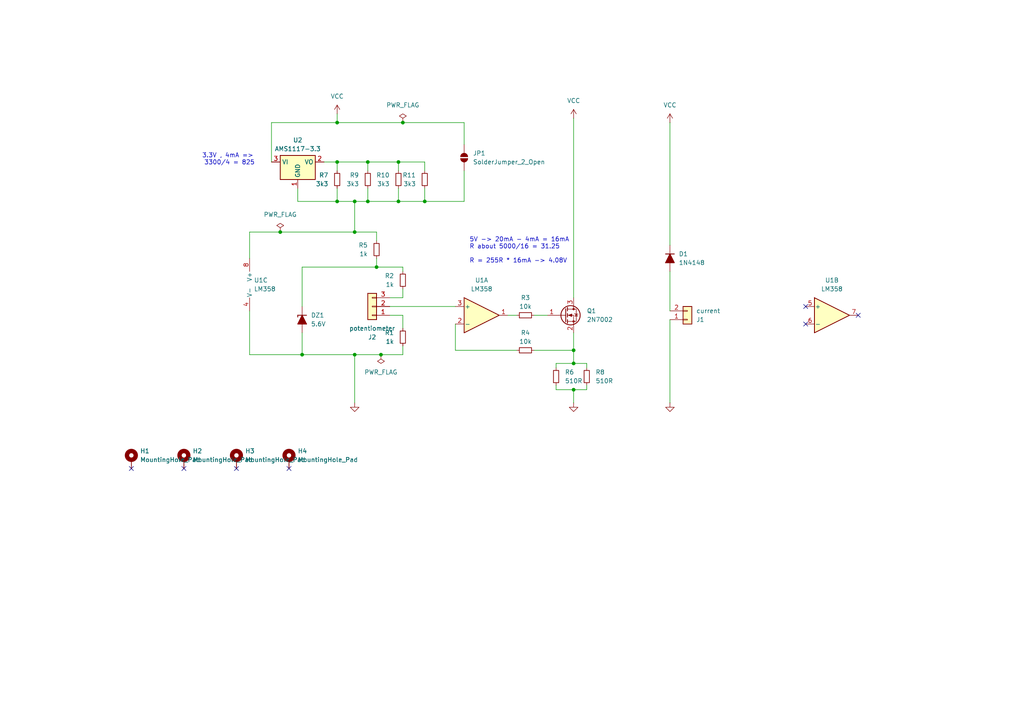
<source format=kicad_sch>
(kicad_sch (version 20231120) (generator "eeschema") (generator_version "8.0")
  (paper "A4")
  (lib_symbols
    (symbol "Amplifier_Operational:LM358" (pin_names (offset 0.127))
      (property "Reference" "U" (at 0 5.08 0))
      (property "Value" "LM358" (at 0 -5.08 0))
      (symbol "LM358_1_1"
        (polyline (pts (xy -5.08 5.08) (xy 5.08 0) (xy -5.08 -5.08) (xy -5.08 5.08)) (stroke (width 0.254)) (fill (type background)))
        (pin output line (at 7.62 0 180) (length 2.54) (name "~") (number "1"))
        (pin input line (at -7.62 -2.54 0) (length 2.54) (name "-") (number "2"))
        (pin input line (at -7.62 2.54 0) (length 2.54) (name "+") (number "3"))
      )
      (symbol "LM358_2_1"
        (polyline (pts (xy -5.08 5.08) (xy 5.08 0) (xy -5.08 -5.08) (xy -5.08 5.08)) (stroke (width 0.254)) (fill (type background)))
        (pin input line (at -7.62 2.54 0) (length 2.54) (name "+") (number "5"))
        (pin input line (at -7.62 -2.54 0) (length 2.54) (name "-") (number "6"))
        (pin output line (at 7.62 0 180) (length 2.54) (name "~") (number "7"))
      )
      (symbol "LM358_3_1"
        (pin power_in line (at -2.54 -7.62 90) (length 3.81) (name "V-") (number "4"))
        (pin power_in line (at -2.54 7.62 270) (length 3.81) (name "V+") (number "8"))
      )
    )
    (symbol "Device:Q_NMOS_GSD" (pin_names (offset 0) hide)
      (property "Reference" "Q" (at 5.08 1.27 0))
      (property "Value" "Q_NMOS_GSD" (at 5.08 -1.27 0))
      (symbol "Q_NMOS_GSD_0_1"
        (polyline (pts (xy 0.254 0) (xy -2.54 0)))
        (polyline (pts (xy 0.254 1.905) (xy 0.254 -1.905)) (stroke (width 0.254)))
        (polyline (pts (xy 0.762 -1.27) (xy 0.762 -2.286)) (stroke (width 0.254)))
        (polyline (pts (xy 0.762 0.508) (xy 0.762 -0.508)) (stroke (width 0.254)))
        (polyline (pts (xy 0.762 2.286) (xy 0.762 1.27)) (stroke (width 0.254)))
        (polyline (pts (xy 2.54 2.54) (xy 2.54 1.778)))
        (polyline (pts (xy 2.54 -2.54) (xy 2.54 0) (xy 0.762 0)))
        (polyline (pts (xy 0.762 -1.778) (xy 3.302 -1.778) (xy 3.302 1.778) (xy 0.762 1.778)))
        (polyline (pts (xy 1.016 0) (xy 2.032 0.381) (xy 2.032 -0.381) (xy 1.016 0)) (fill (type outline)))
        (polyline (pts (xy 2.794 0.508) (xy 2.921 0.381) (xy 3.683 0.381) (xy 3.81 0.254)))
        (polyline (pts (xy 3.302 0.381) (xy 2.921 -0.254) (xy 3.683 -0.254) (xy 3.302 0.381)))
        (circle (center 1.651 0) (radius 2.794) (stroke (width 0.254)))
        (circle (center 2.54 -1.778) (radius 0.254) (fill (type outline)))
        (circle (center 2.54 1.778) (radius 0.254) (fill (type outline)))
      )
      (symbol "Q_NMOS_GSD_1_1"
        (pin input line (at -5.08 0 0) (length 2.54) (name "G") (number "1"))
        (pin passive line (at 2.54 -5.08 90) (length 2.54) (name "S") (number "2"))
        (pin passive line (at 2.54 5.08 270) (length 2.54) (name "D") (number "3"))
      )
    )
    (symbol "Device:R_Small" (pin_numbers hide) (pin_names (offset 0.254) hide)
      (property "Reference" "R" (at 0.762 0.508 0))
      (property "Value" "R_Small" (at 0.762 -1.016 0))
      (symbol "R_Small_0_1"
        (rectangle (start -0.762 1.778) (end 0.762 -1.778) (stroke (width 0.2032)))
      )
      (symbol "R_Small_1_1"
        (pin passive line (at 0 2.54 270) (length 0.762) (name "~") (number "1"))
        (pin passive line (at 0 -2.54 90) (length 0.762) (name "~") (number "2"))
      )
    )
    (symbol "Jumper:SolderJumper_2_Open" (pin_numbers hide) (pin_names (offset 0) hide) (exclude_from_sim yes) (in_bom no)
      (property "Reference" "JP" (at 0 2.032 0))
      (property "Value" "SolderJumper_2_Open" (at 0 -2.54 0))
      (symbol "SolderJumper_2_Open_0_1"
        (arc (start -0.254 1.016) (mid -1.2656 0) (end -0.254 -1.016))
        (arc (start -0.254 1.016) (mid -1.2656 0) (end -0.254 -1.016) (fill (type outline)))
        (polyline (pts (xy -0.254 1.016) (xy -0.254 -1.016)))
        (polyline (pts (xy 0.254 1.016) (xy 0.254 -1.016)))
        (arc (start 0.254 -1.016) (mid 1.2656 0) (end 0.254 1.016))
        (arc (start 0.254 -1.016) (mid 1.2656 0) (end 0.254 1.016) (fill (type outline)))
      )
      (symbol "SolderJumper_2_Open_1_1"
        (pin passive line (at -3.81 0 0) (length 2.54) (name "A") (number "1"))
        (pin passive line (at 3.81 0 180) (length 2.54) (name "B") (number "2"))
      )
    )
    (symbol "Mechanical:MountingHole_Pad" (pin_numbers hide) (pin_names (offset 1.016) hide) (exclude_from_sim yes) (in_bom no)
      (property "Reference" "H" (at 0 6.35 0))
      (property "Value" "MountingHole_Pad" (at 0 4.445 0))
      (symbol "MountingHole_Pad_0_1"
        (circle (center 0 1.27) (radius 1.27) (stroke (width 1.27)))
      )
      (symbol "MountingHole_Pad_1_1"
        (pin input line (at 0 -2.54 90) (length 2.54) (name "1") (number "1"))
      )
    )
    (symbol "PCM_4ms_Connector:Conn_01x02" (pin_names (offset 1.016) hide)
      (property "Reference" "J" (at 0 2.54 0))
      (property "Value" "Conn_01x02" (at 0 -5.08 0))
      (symbol "Conn_01x02_1_1"
        (rectangle (start -1.27 -2.413) (end 0 -2.667) (stroke (width 0.1524)))
        (rectangle (start -1.27 0.127) (end 0 -0.127) (stroke (width 0.1524)))
        (rectangle (start -1.27 1.27) (end 1.27 -3.81) (stroke (width 0.254)) (fill (type background)))
        (pin passive line (at -5.08 0 0) (length 3.81) (name "Pin_1") (number "1"))
        (pin passive line (at -5.08 -2.54 0) (length 3.81) (name "Pin_2") (number "2"))
      )
    )
    (symbol "PCM_4ms_Connector:Conn_01x03" (pin_names (offset 1.016) hide)
      (property "Reference" "J" (at 0 5.08 0))
      (property "Value" "Conn_01x03" (at 0 -5.08 0))
      (symbol "Conn_01x03_1_1"
        (rectangle (start -1.27 -2.413) (end 0 -2.667) (stroke (width 0.1524)))
        (rectangle (start -1.27 0.127) (end 0 -0.127) (stroke (width 0.1524)))
        (rectangle (start -1.27 2.667) (end 0 2.413) (stroke (width 0.1524)))
        (rectangle (start -1.27 3.81) (end 1.27 -3.81) (stroke (width 0.254)) (fill (type background)))
        (pin passive line (at -5.08 2.54 0) (length 3.81) (name "Pin_1") (number "1"))
        (pin passive line (at -5.08 0 0) (length 3.81) (name "Pin_2") (number "2"))
        (pin passive line (at -5.08 -2.54 0) (length 3.81) (name "Pin_3") (number "3"))
      )
    )
    (symbol "PCM_Diode_AKL:1N4148" (pin_numbers hide) (pin_names (offset 1.016) hide)
      (property "Reference" "D" (at 0 5.08 0))
      (property "Value" "1N4148" (at 0 2.54 0))
      (symbol "1N4148_0_1"
        (polyline (pts (xy -1.27 0) (xy 1.27 0)))
        (polyline (pts (xy 1.27 1.27) (xy 1.27 -1.27)) (stroke (width 0.254)))
        (polyline (pts (xy -1.27 1.27) (xy -1.27 -1.27) (xy 1.27 0) (xy -1.27 1.27)) (stroke (width 0.254)) (fill (type outline)))
      )
      (symbol "1N4148_0_2"
        (polyline (pts (xy -2.54 -2.54) (xy 2.54 2.54)))
        (polyline (pts (xy 0 1.778) (xy 1.778 0)) (stroke (width 0.254)))
        (polyline (pts (xy -0.889 -0.889) (xy -1.778 0) (xy 0.889 0.889) (xy 0 -1.778) (xy -0.889 -0.889)) (stroke (width 0.254)) (fill (type outline)))
      )
      (symbol "1N4148_1_1"
        (pin passive line (at 3.81 0 180) (length 2.54) (name "K") (number "1"))
        (pin passive line (at -3.81 0 0) (length 2.54) (name "A") (number "2"))
      )
      (symbol "1N4148_1_2"
        (pin passive line (at 2.54 2.54 180) (length 0) (name "K") (number "1"))
        (pin passive line (at -2.54 -2.54 0) (length 0) (name "A") (number "2"))
      )
    )
    (symbol "PCM_Diode_Zener_AKL:D_Zener_Generic" (pin_numbers hide) (pin_names (offset 1.016) hide)
      (property "Reference" "DZ" (at 0 7.62 0))
      (property "Value" "D_Zener_Generic" (at 0 5.08 0))
      (symbol "D_Zener_Generic_0_1"
        (polyline (pts (xy -1.27 0) (xy 1.27 0)))
        (polyline (pts (xy 1.27 1.27) (xy 0.762 1.27)) (stroke (width 0.254)))
        (polyline (pts (xy 1.27 1.27) (xy 1.27 -1.27)) (stroke (width 0.254)))
        (polyline (pts (xy -1.27 -1.27) (xy -1.27 1.27) (xy 1.27 0) (xy -1.27 -1.27)) (stroke (width 0.254)) (fill (type outline)))
      )
      (symbol "D_Zener_Generic_0_2"
        (polyline (pts (xy -2.54 -2.54) (xy 2.54 2.54)))
        (polyline (pts (xy 0 1.778) (xy -0.381 1.397)) (stroke (width 0.254)))
        (polyline (pts (xy 0 1.778) (xy 1.778 0)) (stroke (width 0.254)))
        (polyline (pts (xy -0.889 -0.889) (xy -1.778 0) (xy 0.889 0.889) (xy 0 -1.778) (xy -0.889 -0.889)) (stroke (width 0.254)) (fill (type outline)))
      )
      (symbol "D_Zener_Generic_1_1"
        (pin passive line (at 3.81 0 180) (length 2.54) (name "K") (number "1"))
        (pin passive line (at -3.81 0 0) (length 2.54) (name "A") (number "2"))
      )
      (symbol "D_Zener_Generic_1_2"
        (pin passive line (at 2.54 2.54 180) (length 0) (name "K") (number "1"))
        (pin passive line (at -2.54 -2.54 0) (length 0) (name "A") (number "2"))
      )
    )
    (symbol "Regulator_Linear:AMS1117-3.3"
      (property "Reference" "U" (at -3.81 3.175 0))
      (property "Value" "AMS1117-3.3" (at 0 3.175 0))
      (symbol "AMS1117-3.3_0_1"
        (rectangle (start -5.08 -5.08) (end 5.08 1.905) (stroke (width 0.254)) (fill (type background)))
      )
      (symbol "AMS1117-3.3_1_1"
        (pin power_in line (at 0 -7.62 90) (length 2.54) (name "GND") (number "1"))
        (pin power_out line (at 7.62 0 180) (length 2.54) (name "VO") (number "2"))
        (pin power_in line (at -7.62 0 0) (length 2.54) (name "VI") (number "3"))
      )
    )
    (symbol "power:GND" (power) (pin_numbers hide) (pin_names (offset 0) hide)
      (property "Value" "GND" (at 0 -3.81 0))
      (symbol "GND_0_1"
        (polyline (pts (xy 0 0) (xy 0 -1.27) (xy 1.27 -1.27) (xy 0 -2.54) (xy -1.27 -1.27) (xy 0 -1.27)))
      )
      (symbol "GND_1_1"
        (pin power_in line (at 0 0 270) (length 0) (name "~") (number "1"))
      )
    )
    (symbol "power:PWR_FLAG" (power) (pin_numbers hide) (pin_names (offset 0) hide)
      (property "Value" "PWR_FLAG" (at 0 3.81 0))
      (symbol "PWR_FLAG_0_0"
        (pin power_out line (at 0 0 90) (length 0) (name "~") (number "1"))
      )
      (symbol "PWR_FLAG_0_1"
        (polyline (pts (xy 0 0) (xy 0 1.27) (xy -1.016 1.905) (xy 0 2.54) (xy 1.016 1.905) (xy 0 1.27)))
      )
    )
    (symbol "power:VCC" (power) (pin_numbers hide) (pin_names (offset 0) hide)
      (property "Value" "VCC" (at 0 3.556 0))
      (symbol "VCC_0_1"
        (polyline (pts (xy -0.762 1.27) (xy 0 2.54)))
        (polyline (pts (xy 0 0) (xy 0 2.54)))
        (polyline (pts (xy 0 2.54) (xy 0.762 1.27)))
      )
      (symbol "VCC_1_1"
        (pin power_in line (at 0 0 90) (length 0) (name "~") (number "1"))
      )
    )
  )
  (junction (at 166.37 113.03))
  (junction (at 166.37 101.6))
  (junction (at 81.28 67.31))
  (junction (at 102.87 58.42))
  (junction (at 102.87 67.31))
  (junction (at 123.19 58.42))
  (junction (at 115.57 46.99))
  (junction (at 97.79 58.42))
  (junction (at 106.68 58.42))
  (junction (at 109.22 77.47))
  (junction (at 97.79 46.99))
  (junction (at 97.79 35.56))
  (junction (at 87.63 102.87))
  (junction (at 116.84 35.56))
  (junction (at 102.87 102.87))
  (junction (at 166.37 105.41))
  (junction (at 110.49 102.87))
  (junction (at 115.57 58.42))
  (junction (at 106.68 46.99))
  (no_connect (at 38.1 135.89))
  (no_connect (at 233.68 88.9))
  (no_connect (at 83.82 135.89))
  (no_connect (at 248.92 91.44))
  (no_connect (at 68.58 135.89))
  (no_connect (at 53.34 135.89))
  (no_connect (at 233.68 93.98))
  (wire (pts (xy 149.86 91.44) (xy 147.32 91.44)))
  (wire (pts (xy 149.86 101.6) (xy 132.08 101.6)))
  (wire (pts (xy 116.84 91.44) (xy 116.84 95.25)))
  (wire (pts (xy 116.84 35.56) (xy 97.79 35.56)))
  (wire (pts (xy 123.19 49.53) (xy 123.19 46.99)))
  (wire (pts (xy 87.63 77.47) (xy 87.63 88.9)))
  (wire (pts (xy 86.36 58.42) (xy 97.79 58.42)))
  (wire (pts (xy 116.84 100.33) (xy 116.84 102.87)))
  (wire (pts (xy 87.63 77.47) (xy 109.22 77.47)))
  (wire (pts (xy 194.31 35.56) (xy 194.31 71.12)))
  (wire (pts (xy 106.68 49.53) (xy 106.68 46.99)))
  (wire (pts (xy 113.03 91.44) (xy 116.84 91.44)))
  (wire (pts (xy 116.84 86.36) (xy 116.84 83.82)))
  (wire (pts (xy 102.87 58.42) (xy 106.68 58.42)))
  (wire (pts (xy 194.31 78.74) (xy 194.31 90.17)))
  (wire (pts (xy 97.79 49.53) (xy 97.79 46.99)))
  (wire (pts (xy 81.28 67.31) (xy 102.87 67.31)))
  (wire (pts (xy 158.75 91.44) (xy 154.94 91.44)))
  (wire (pts (xy 115.57 46.99) (xy 115.57 49.53)))
  (wire (pts (xy 110.49 102.87) (xy 116.84 102.87)))
  (wire (pts (xy 78.74 35.56) (xy 97.79 35.56)))
  (wire (pts (xy 166.37 34.29) (xy 166.37 86.36)))
  (wire (pts (xy 134.62 35.56) (xy 116.84 35.56)))
  (wire (pts (xy 97.79 58.42) (xy 102.87 58.42)))
  (wire (pts (xy 170.18 105.41) (xy 166.37 105.41)))
  (wire (pts (xy 134.62 35.56) (xy 134.62 41.91)))
  (wire (pts (xy 78.74 46.99) (xy 78.74 35.56)))
  (wire (pts (xy 166.37 96.52) (xy 166.37 101.6)))
  (wire (pts (xy 87.63 96.52) (xy 87.63 102.87)))
  (wire (pts (xy 102.87 67.31) (xy 109.22 67.31)))
  (wire (pts (xy 194.31 116.84) (xy 194.31 92.71)))
  (wire (pts (xy 106.68 58.42) (xy 115.57 58.42)))
  (wire (pts (xy 170.18 113.03) (xy 170.18 111.76)))
  (wire (pts (xy 72.39 90.17) (xy 72.39 102.87)))
  (wire (pts (xy 72.39 67.31) (xy 81.28 67.31)))
  (wire (pts (xy 72.39 74.93) (xy 72.39 67.31)))
  (wire (pts (xy 115.57 46.99) (xy 123.19 46.99)))
  (wire (pts (xy 170.18 105.41) (xy 170.18 106.68)))
  (wire (pts (xy 115.57 54.61) (xy 115.57 58.42)))
  (wire (pts (xy 166.37 113.03) (xy 166.37 116.84)))
  (wire (pts (xy 106.68 46.99) (xy 115.57 46.99)))
  (wire (pts (xy 86.36 58.42) (xy 86.36 54.61)))
  (wire (pts (xy 166.37 101.6) (xy 154.94 101.6)))
  (wire (pts (xy 97.79 33.02) (xy 97.79 35.56)))
  (wire (pts (xy 72.39 102.87) (xy 87.63 102.87)))
  (wire (pts (xy 161.29 105.41) (xy 161.29 106.68)))
  (wire (pts (xy 123.19 54.61) (xy 123.19 58.42)))
  (wire (pts (xy 102.87 58.42) (xy 102.87 67.31)))
  (wire (pts (xy 102.87 116.84) (xy 102.87 102.87)))
  (wire (pts (xy 161.29 113.03) (xy 166.37 113.03)))
  (wire (pts (xy 161.29 105.41) (xy 166.37 105.41)))
  (wire (pts (xy 132.08 101.6) (xy 132.08 93.98)))
  (wire (pts (xy 97.79 46.99) (xy 106.68 46.99)))
  (wire (pts (xy 109.22 74.93) (xy 109.22 77.47)))
  (wire (pts (xy 134.62 49.53) (xy 134.62 58.42)))
  (wire (pts (xy 115.57 58.42) (xy 123.19 58.42)))
  (wire (pts (xy 166.37 101.6) (xy 166.37 105.41)))
  (wire (pts (xy 109.22 77.47) (xy 116.84 77.47)))
  (wire (pts (xy 161.29 113.03) (xy 161.29 111.76)))
  (wire (pts (xy 97.79 54.61) (xy 97.79 58.42)))
  (wire (pts (xy 116.84 77.47) (xy 116.84 78.74)))
  (wire (pts (xy 170.18 113.03) (xy 166.37 113.03)))
  (wire (pts (xy 134.62 58.42) (xy 123.19 58.42)))
  (wire (pts (xy 102.87 102.87) (xy 110.49 102.87)))
  (wire (pts (xy 113.03 86.36) (xy 116.84 86.36)))
  (wire (pts (xy 93.98 46.99) (xy 97.79 46.99)))
  (wire (pts (xy 106.68 54.61) (xy 106.68 58.42)))
  (wire (pts (xy 109.22 67.31) (xy 109.22 69.85)))
  (wire (pts (xy 113.03 88.9) (xy 132.08 88.9)))
  (wire (pts (xy 87.63 102.87) (xy 102.87 102.87)))
  (text "3.3V , 4mA => \n3300/4 = 825" (at 66.548 46.228 0) (effects (font (size 1.27 1.27))))
  (text "5V -> 20mA - 4mA = 16mA\nR about 5000/16 = 31.25\n\nR = 255R * 16mA -> 4.08V" (at 136.144 68.834 0) (effects (font (size 1.27 1.27)) (justify left top)))
  (symbol (lib_id "Mechanical:MountingHole_Pad") (at 53.34 133.35 0) (unit 1) (exclude_from_sim yes) (in_bom no)
    (property "Reference" "H2" (at 55.88 130.8099 0) (effects (justify left)))
    (property "Value" "MountingHole_Pad" (at 55.88 133.3499 0) (effects (justify left)))
    (property "Footprint" "MountingHole:MountingHole_3.2mm_M3_Pad_TopBottom" (effects (hide yes)))
    (property "Description" "Mounting Hole with connection" (effects (hide yes)))
  )
  (symbol (lib_id "Device:R_Small") (at 116.84 97.79 0) (mirror y) (unit 1)
    (property "Reference" "R1" (at 114.3 96.5199 0) (effects (justify left)))
    (property "Value" "1k" (at 114.3 99.0599 0) (effects (justify left)))
    (property "Footprint" "Resistor_SMD:R_0402_1005Metric" (effects (hide yes)))
    (property "Description" "Resistor, small symbol" (effects (hide yes)))
  )
  (symbol (lib_id "Device:R_Small") (at 170.18 109.22 180) (unit 1)
    (property "Reference" "R8" (at 172.72 107.9499 0) (effects (justify right)))
    (property "Value" "510R" (at 172.72 110.4899 0) (effects (justify right)))
    (property "Footprint" "Resistor_SMD:R_0402_1005Metric" (effects (hide yes)))
    (property "Description" "Resistor, small symbol" (effects (hide yes)))
  )
  (symbol (lib_id "PCM_4ms_Connector:Conn_01x03") (at 107.95 88.9 180) (unit 1)
    (property "Reference" "J2" (at 107.95 97.79 0))
    (property "Value" "potentiometer" (at 107.95 95.25 0))
    (property "Footprint" "Connector_JST:JST_XH_S3B-XH-A_1x03_P2.50mm_Horizontal" (effects (hide yes)))
    (property "Description" "HEADER 1x3 MALE PINS 0.100” 180deg" (effects (hide yes)))
    (property "Specifications" "HEADER 1x3 MALE PINS 0.100” 180deg" (effects (hide yes)))
    (property "Manufacturer" "TAD" (effects (hide yes)))
    (property "Part Number" "1-0301FBV0T" (effects (hide yes)))
  )
  (symbol (lib_id "Device:R_Small") (at 109.22 72.39 0) (mirror y) (unit 1)
    (property "Reference" "R5" (at 106.68 71.1199 0) (effects (justify left)))
    (property "Value" "1k" (at 106.68 73.6599 0) (effects (justify left)))
    (property "Footprint" "Resistor_SMD:R_0402_1005Metric" (effects (hide yes)))
    (property "Description" "Resistor, small symbol" (effects (hide yes)))
  )
  (symbol (lib_id "Device:R_Small") (at 116.84 81.28 0) (mirror y) (unit 1)
    (property "Reference" "R2" (at 114.3 80.0099 0) (effects (justify left)))
    (property "Value" "1k" (at 114.3 82.5499 0) (effects (justify left)))
    (property "Footprint" "Resistor_SMD:R_0402_1005Metric" (effects (hide yes)))
    (property "Description" "Resistor, small symbol" (effects (hide yes)))
  )
  (symbol (lib_id "power:GND") (at 194.31 116.84 0) (unit 1)
    (property "Reference" "#PWR03" (effects (hide yes)))
    (property "Value" "GND" (effects (hide yes)))
    (property "Description" "Power symbol creates a global label with name \"GND\" , ground" (effects (hide yes)))
  )
  (symbol (lib_id "Device:Q_NMOS_GSD") (at 163.83 91.44 0) (unit 1)
    (property "Reference" "Q1" (at 170.18 90.1699 0) (effects (justify left)))
    (property "Value" "2N7002" (at 170.18 92.7099 0) (effects (justify left)))
    (property "Footprint" "Package_TO_SOT_SMD:SOT-23" (effects (hide yes)))
    (property "Description" "N-MOSFET transistor, gate/source/drain" (effects (hide yes)))
  )
  (symbol (lib_id "power:PWR_FLAG") (at 81.28 67.31 0) (unit 1)
    (property "Reference" "#FLG03" (effects (hide yes)))
    (property "Value" "PWR_FLAG" (at 81.28 62.23 0))
    (property "Description" "Special symbol for telling ERC where power comes from" (effects (hide yes)))
  )
  (symbol (lib_id "Device:R_Small") (at 97.79 52.07 0) (mirror y) (unit 1)
    (property "Reference" "R7" (at 95.25 50.7999 0) (effects (justify left)))
    (property "Value" "3k3" (at 95.25 53.3399 0) (effects (justify left)))
    (property "Footprint" "Resistor_SMD:R_0402_1005Metric" (effects (hide yes)))
    (property "Description" "Resistor, small symbol" (effects (hide yes)))
  )
  (symbol (lib_id "Amplifier_Operational:LM358") (at 74.93 82.55 0) (unit 3)
    (property "Reference" "U1" (at 73.66 81.2799 0) (effects (justify left)))
    (property "Value" "LM358" (at 73.66 83.8199 0) (effects (justify left)))
    (property "Footprint" "Package_SO:SOIC-8_3.9x4.9mm_P1.27mm" (effects (hide yes)))
    (property "Datasheet" "http://www.ti.com/lit/ds/symlink/lm2904-n.pdf" (effects (hide yes)))
    (property "Description" "Low-Power, Dual Operational Amplifiers, DIP-8/SOIC-8/TO-99-8" (effects (hide yes)))
  )
  (symbol (lib_id "power:VCC") (at 97.79 33.02 0) (unit 1)
    (property "Reference" "#PWR010" (effects (hide yes)))
    (property "Value" "VCC" (at 97.79 27.94 0))
    (property "Description" "Power symbol creates a global label with name \"VCC\"" (effects (hide yes)))
  )
  (symbol (lib_id "power:GND") (at 166.37 116.84 0) (unit 1)
    (property "Reference" "#PWR05" (effects (hide yes)))
    (property "Value" "GND" (effects (hide yes)))
    (property "Description" "Power symbol creates a global label with name \"GND\" , ground" (effects (hide yes)))
  )
  (symbol (lib_id "power:PWR_FLAG") (at 116.84 35.56 0) (unit 1)
    (property "Reference" "#FLG01" (effects (hide yes)))
    (property "Value" "PWR_FLAG" (at 116.84 30.48 0))
    (property "Description" "Special symbol for telling ERC where power comes from" (effects (hide yes)))
  )
  (symbol (lib_id "power:GND") (at 102.87 116.84 0) (unit 1)
    (property "Reference" "#PWR01" (effects (hide yes)))
    (property "Value" "GND" (effects (hide yes)))
    (property "Description" "Power symbol creates a global label with name \"GND\" , ground" (effects (hide yes)))
  )
  (symbol (lib_id "Device:R_Small") (at 152.4 91.44 90) (unit 1)
    (property "Reference" "R3" (at 152.4 86.36 90))
    (property "Value" "10k" (at 152.4 88.9 90))
    (property "Footprint" "Resistor_SMD:R_0402_1005Metric" (effects (hide yes)))
    (property "Description" "Resistor, small symbol" (effects (hide yes)))
  )
  (symbol (lib_id "Device:R_Small") (at 106.68 52.07 0) (mirror y) (unit 1)
    (property "Reference" "R9" (at 104.14 50.7999 0) (effects (justify left)))
    (property "Value" "3k3" (at 104.14 53.3399 0) (effects (justify left)))
    (property "Footprint" "Resistor_SMD:R_0402_1005Metric" (effects (hide yes)))
    (property "Description" "Resistor, small symbol" (effects (hide yes)))
  )
  (symbol (lib_id "Device:R_Small") (at 161.29 109.22 180) (unit 1)
    (property "Reference" "R6" (at 163.83 107.9499 0) (effects (justify right)))
    (property "Value" "510R" (at 163.83 110.4899 0) (effects (justify right)))
    (property "Footprint" "Resistor_SMD:R_0402_1005Metric" (effects (hide yes)))
    (property "Description" "Resistor, small symbol" (effects (hide yes)))
  )
  (symbol (lib_id "PCM_Diode_Zener_AKL:D_Zener_Generic") (at 87.63 92.71 90) (unit 1)
    (property "Reference" "DZ1" (at 90.17 91.4399 90) (effects (justify right)))
    (property "Value" "5.6V" (at 90.17 93.9799 90) (effects (justify right)))
    (property "Footprint" "Diode_SMD:D_SOD-523" (effects (hide yes)))
    (property "Description" "Zener diode, generic symbol, Alternate KiCAD Library" (effects (hide yes)))
  )
  (symbol (lib_id "Amplifier_Operational:LM358") (at 241.3 91.44 0) (unit 2)
    (property "Reference" "U1" (at 241.3 81.28 0))
    (property "Value" "LM358" (at 241.3 83.82 0))
    (property "Footprint" "Package_SO:SOIC-8_3.9x4.9mm_P1.27mm" (effects (hide yes)))
    (property "Datasheet" "http://www.ti.com/lit/ds/symlink/lm2904-n.pdf" (effects (hide yes)))
    (property "Description" "Low-Power, Dual Operational Amplifiers, DIP-8/SOIC-8/TO-99-8" (effects (hide yes)))
  )
  (symbol (lib_id "Regulator_Linear:AMS1117-3.3") (at 86.36 46.99 0) (unit 1)
    (property "Reference" "U2" (at 86.36 40.64 0))
    (property "Value" "AMS1117-3.3" (at 86.36 43.18 0))
    (property "Footprint" "Package_TO_SOT_SMD:SOT-223-3_TabPin2" (effects (hide yes)))
    (property "Datasheet" "http://www.advanced-monolithic.com/pdf/ds1117.pdf" (effects (hide yes)))
    (property "Description" "1A Low Dropout regulator, positive, 3.3V fixed output, SOT-223" (effects (hide yes)))
  )
  (symbol (lib_id "Mechanical:MountingHole_Pad") (at 38.1 133.35 0) (unit 1) (exclude_from_sim yes) (in_bom no)
    (property "Reference" "H1" (at 40.64 130.8099 0) (effects (justify left)))
    (property "Value" "MountingHole_Pad" (at 40.64 133.3499 0) (effects (justify left)))
    (property "Footprint" "MountingHole:MountingHole_3.2mm_M3_Pad_TopBottom" (effects (hide yes)))
    (property "Description" "Mounting Hole with connection" (effects (hide yes)))
  )
  (symbol (lib_id "PCM_Diode_AKL:1N4148") (at 194.31 74.93 90) (unit 1)
    (property "Reference" "D1" (at 196.85 73.6599 90) (effects (justify right)))
    (property "Value" "1N4148" (at 196.85 76.1999 90) (effects (justify right)))
    (property "Footprint" "Diode_SMD:D_SOD-323" (effects (hide yes)))
    (property "Datasheet" "https://datasheet.octopart.com/1N4148TR-ON-Semiconductor-datasheet-42765246.pdf" (effects (hide yes)))
    (property "Description" "DO-35 Diode, Small Signal, Fast Switching, 75V, 150mA, 4ns, Alternate KiCad Library" (effects (hide yes)))
  )
  (symbol (lib_id "Device:R_Small") (at 123.19 52.07 0) (mirror y) (unit 1)
    (property "Reference" "R11" (at 120.65 50.7999 0) (effects (justify left)))
    (property "Value" "3k3" (at 120.65 53.3399 0) (effects (justify left)))
    (property "Footprint" "Resistor_SMD:R_0402_1005Metric" (effects (hide yes)))
    (property "Description" "Resistor, small symbol" (effects (hide yes)))
  )
  (symbol (lib_id "PCM_4ms_Connector:Conn_01x02") (at 199.39 92.71 0) (mirror x) (unit 1)
    (property "Reference" "J1" (at 201.93 92.7101 0) (effects (justify left)))
    (property "Value" "current" (at 201.93 90.1701 0) (effects (justify left)))
    (property "Footprint" "Connector_JST:JST_XH_S2B-XH-A_1x02_P2.50mm_Horizontal" (effects (hide yes)))
    (property "Description" "HEADER 1x2 MALE PINS 0.100” 180deg" (effects (hide yes)))
    (property "Specifications" "Pins_01x02, Header, Male Pins, 1*2, spacing 2.54mm, straight pin" (effects (hide yes)))
    (property "Manufacturer" "TAD" (effects (hide yes)))
    (property "Part Number" "1-0201FBV0T" (effects (hide yes)))
  )
  (symbol (lib_id "Jumper:SolderJumper_2_Open") (at 134.62 45.72 90) (unit 1) (exclude_from_sim yes) (in_bom no)
    (property "Reference" "JP1" (at 137.16 44.4499 90) (effects (justify right)))
    (property "Value" "SolderJumper_2_Open" (at 137.16 46.9899 90) (effects (justify right)))
    (property "Footprint" "Jumper:SolderJumper-2_P1.3mm_Open_RoundedPad1.0x1.5mm" (effects (hide yes)))
    (property "Description" "Solder Jumper, 2-pole, open" (effects (hide yes)))
  )
  (symbol (lib_id "power:PWR_FLAG") (at 110.49 102.87 0) (mirror x) (unit 1)
    (property "Reference" "#FLG02" (effects (hide yes)))
    (property "Value" "PWR_FLAG" (at 110.49 107.95 0))
    (property "Description" "Special symbol for telling ERC where power comes from" (effects (hide yes)))
  )
  (symbol (lib_id "Device:R_Small") (at 115.57 52.07 0) (mirror y) (unit 1)
    (property "Reference" "R10" (at 113.03 50.7999 0) (effects (justify left)))
    (property "Value" "3k3" (at 113.03 53.3399 0) (effects (justify left)))
    (property "Footprint" "Resistor_SMD:R_0402_1005Metric" (effects (hide yes)))
    (property "Description" "Resistor, small symbol" (effects (hide yes)))
  )
  (symbol (lib_id "power:VCC") (at 194.31 35.56 0) (unit 1)
    (property "Reference" "#PWR02" (effects (hide yes)))
    (property "Value" "VCC" (at 194.31 30.48 0))
    (property "Description" "Power symbol creates a global label with name \"VCC\"" (effects (hide yes)))
  )
  (symbol (lib_id "power:VCC") (at 166.37 34.29 0) (unit 1)
    (property "Reference" "#PWR06" (effects (hide yes)))
    (property "Value" "VCC" (at 166.37 29.21 0))
    (property "Description" "Power symbol creates a global label with name \"VCC\"" (effects (hide yes)))
  )
  (symbol (lib_id "Device:R_Small") (at 152.4 101.6 90) (unit 1)
    (property "Reference" "R4" (at 152.4 96.52 90))
    (property "Value" "10k" (at 152.4 99.06 90))
    (property "Footprint" "Resistor_SMD:R_0402_1005Metric" (effects (hide yes)))
    (property "Description" "Resistor, small symbol" (effects (hide yes)))
  )
  (symbol (lib_id "Mechanical:MountingHole_Pad") (at 68.58 133.35 0) (unit 1) (exclude_from_sim yes) (in_bom no)
    (property "Reference" "H3" (at 71.12 130.8099 0) (effects (justify left)))
    (property "Value" "MountingHole_Pad" (at 71.12 133.3499 0) (effects (justify left)))
    (property "Footprint" "MountingHole:MountingHole_3.2mm_M3_Pad_TopBottom" (effects (hide yes)))
    (property "Description" "Mounting Hole with connection" (effects (hide yes)))
  )
  (symbol (lib_id "Mechanical:MountingHole_Pad") (at 83.82 133.35 0) (unit 1) (exclude_from_sim yes) (in_bom no)
    (property "Reference" "H4" (at 86.36 130.8099 0) (effects (justify left)))
    (property "Value" "MountingHole_Pad" (at 86.36 133.3499 0) (effects (justify left)))
    (property "Footprint" "MountingHole:MountingHole_3.2mm_M3_Pad_TopBottom" (effects (hide yes)))
    (property "Description" "Mounting Hole with connection" (effects (hide yes)))
  )
  (symbol (lib_id "Amplifier_Operational:LM358") (at 139.7 91.44 0) (unit 1)
    (property "Reference" "U1" (at 139.7 81.28 0))
    (property "Value" "LM358" (at 139.7 83.82 0))
    (property "Footprint" "Package_SO:SOIC-8_3.9x4.9mm_P1.27mm" (effects (hide yes)))
    (property "Datasheet" "http://www.ti.com/lit/ds/symlink/lm2904-n.pdf" (effects (hide yes)))
    (property "Description" "Low-Power, Dual Operational Amplifiers, DIP-8/SOIC-8/TO-99-8" (effects (hide yes)))
  )
)
</source>
